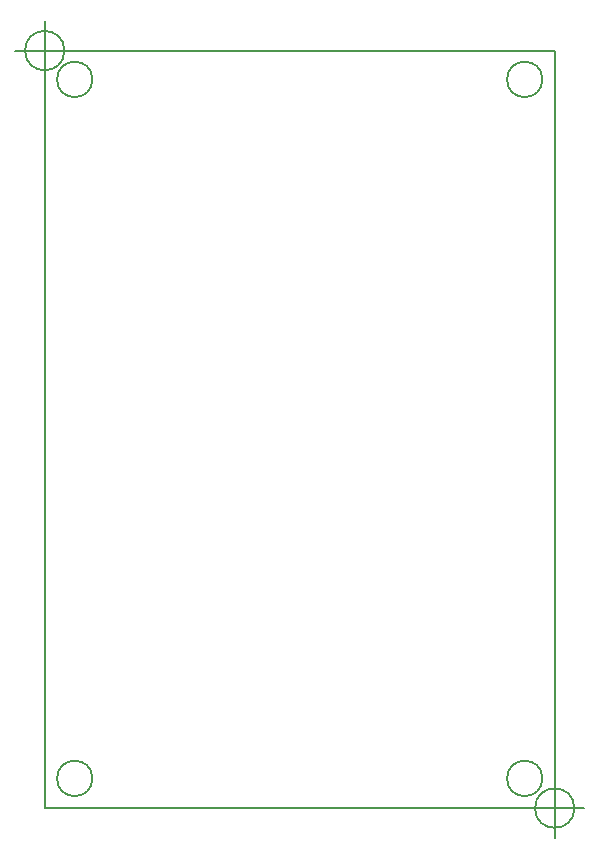
<source format=gbr>
G04 #@! TF.GenerationSoftware,KiCad,Pcbnew,5.1.4+dfsg1-1~bpo10+1*
G04 #@! TF.CreationDate,2019-10-25T23:34:54+10:00*
G04 #@! TF.ProjectId,interface,696e7465-7266-4616-9365-2e6b69636164,rev?*
G04 #@! TF.SameCoordinates,Original*
G04 #@! TF.FileFunction,Profile,NP*
%FSLAX46Y46*%
G04 Gerber Fmt 4.6, Leading zero omitted, Abs format (unit mm)*
G04 Created by KiCad (PCBNEW 5.1.4+dfsg1-1~bpo10+1) date 2019-10-25 23:34:54*
%MOMM*%
%LPD*%
G04 APERTURE LIST*
%ADD10C,0.150000*%
%ADD11C,0.200000*%
G04 APERTURE END LIST*
D10*
X93106666Y-53340000D02*
G75*
G03X93106666Y-53340000I-1666666J0D01*
G01*
X88940000Y-53340000D02*
X93940000Y-53340000D01*
X91440000Y-50840000D02*
X91440000Y-55840000D01*
X136286666Y-117475000D02*
G75*
G03X136286666Y-117475000I-1666666J0D01*
G01*
X132120000Y-117475000D02*
X137120000Y-117475000D01*
X134620000Y-114975000D02*
X134620000Y-119975000D01*
D11*
X133580000Y-114959000D02*
G75*
G03X133580000Y-114959000I-1500000J0D01*
G01*
X95480000Y-114959000D02*
G75*
G03X95480000Y-114959000I-1500000J0D01*
G01*
X133580000Y-55777000D02*
G75*
G03X133580000Y-55777000I-1500000J0D01*
G01*
X95480000Y-55777000D02*
G75*
G03X95480000Y-55777000I-1500000J0D01*
G01*
D10*
X91440000Y-117475000D02*
X91440000Y-53340000D01*
X134620000Y-117475000D02*
X91440000Y-117475000D01*
X134620000Y-53340000D02*
X134620000Y-117475000D01*
X91440000Y-53340000D02*
X134620000Y-53340000D01*
M02*

</source>
